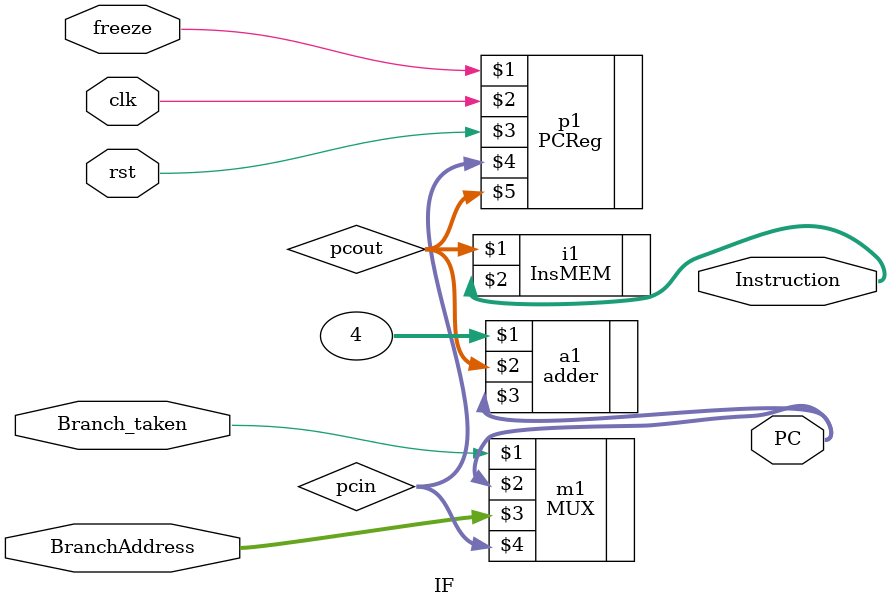
<source format=v>
module IF(
	input rst, clk, freeze, Branch_taken,
	input [31:0] BranchAddress,
	output [31:0] PC, Instruction
);
	wire [31:0] pcin, pcout;
	MUX #(32) m1(Branch_taken,PC,BranchAddress,pcin);
	PCReg p1(freeze,clk,rst,pcin,pcout);
	adder a1 (32'd4,pcout,PC);
	InsMEM i1(pcout,Instruction);
endmodule

//IF #(32) if;
</source>
